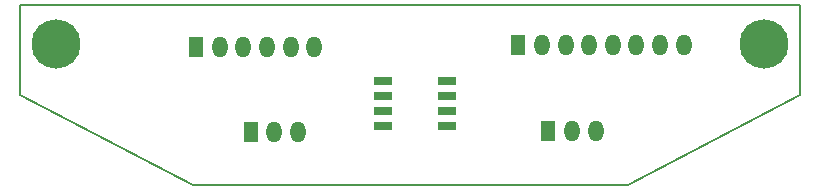
<source format=gbs>
%TF.GenerationSoftware,KiCad,Pcbnew,4.0.7-e2-6376~58~ubuntu16.04.1*%
%TF.CreationDate,2018-01-05T22:29:52-05:00*%
%TF.ProjectId,GarageFrontPanel,47617261676546726F6E7450616E656C,rev?*%
%TF.FileFunction,Soldermask,Bot*%
%FSLAX46Y46*%
G04 Gerber Fmt 4.6, Leading zero omitted, Abs format (unit mm)*
G04 Created by KiCad (PCBNEW 4.0.7-e2-6376~58~ubuntu16.04.1) date Fri Jan  5 22:29:52 2018*
%MOMM*%
%LPD*%
G01*
G04 APERTURE LIST*
%ADD10C,0.150000*%
%ADD11C,0.127000*%
%ADD12R,1.650000X0.700000*%
%ADD13R,1.300000X1.800000*%
%ADD14O,1.300000X1.800000*%
%ADD15C,4.164000*%
G04 APERTURE END LIST*
D10*
D11*
X139065000Y-104140000D02*
X175895000Y-104140000D01*
X190500000Y-96520000D02*
X190500000Y-88900000D01*
X175895000Y-104140000D02*
X190500000Y-96520000D01*
X124460000Y-96520000D02*
X139065000Y-104140000D01*
X124460000Y-88900000D02*
X124460000Y-96520000D01*
X190500000Y-88900000D02*
X124460000Y-88900000D01*
D12*
X155161000Y-99187000D03*
X155161000Y-97917000D03*
X155161000Y-96647000D03*
X155161000Y-95377000D03*
X160561000Y-95377000D03*
X160561000Y-96647000D03*
X160561000Y-97917000D03*
X160561000Y-99187000D03*
D13*
X166624000Y-92329000D03*
D14*
X168624000Y-92329000D03*
X170624000Y-92329000D03*
X172624000Y-92329000D03*
X174624000Y-92329000D03*
X176624000Y-92329000D03*
X178624000Y-92329000D03*
X180624000Y-92329000D03*
D13*
X143955000Y-99695000D03*
D14*
X145955000Y-99695000D03*
X147955000Y-99695000D03*
D13*
X169164000Y-99568000D03*
D14*
X171164000Y-99568000D03*
X173164000Y-99568000D03*
D13*
X139352000Y-92456000D03*
D14*
X141352000Y-92456000D03*
X143352000Y-92456000D03*
X145352000Y-92456000D03*
X147352000Y-92456000D03*
X149352000Y-92456000D03*
D15*
X187452000Y-92202000D03*
X127508000Y-92202000D03*
M02*

</source>
